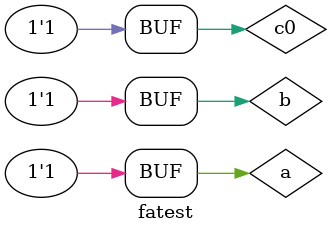
<source format=v>
`timescale 1ns / 1ps


module fatest;

	// Inputs
	reg a;
	reg b;
	reg c0;

	// Outputs
	wire s;
	wire c1;

	// Instantiate the Unit Under Test (UUT)
	fulladder uut (
		.s(s), 
		.c1(c1), 
		.a(a), 
		.b(b), 
		.c0(c0)
	);

	initial begin
		// Initialize Inputs
		a = 0;
		b = 0;
		c0 = 0;

		// Wait 100 ns for global reset to finish
		#100;
		a = 0;
		b = 0;
		c0 = 1;
		// Wait 100 ns for global reset to finish
		#100;
		a = 0;
		b = 1;
		c0 = 0;
		// Wait 100 ns for global reset to finish
		#100;
		a = 0;
		b = 1;
		c0 = 1;
		// Wait 100 ns for global reset to finish
		#100;
		a = 1;
		b = 0;
		c0 = 0;
		// Wait 100 ns for global reset to finish
		#100;
		a = 1;
		b = 0;
		c0 = 1;
		// Wait 100 ns for global reset to finish
		#100;
		a = 1;
		b = 1;
		c0 = 0;
		// Wait 100 ns for global reset to finish
		#100;
		a = 1;
		b = 1;
		c0 = 1;

	end
      
endmodule


</source>
